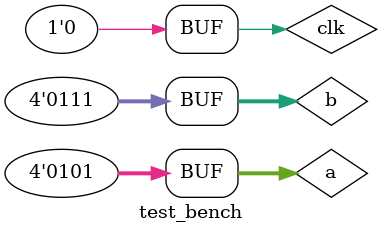
<source format=v>
`timescale 1ns / 1ps
module test_bench;

reg clk;
reg [3:0] a, b;
wire [3:0] s;
wire cout;

adder runadd(
    .a(a),
    .b(b),
    .clk(clk),
    .cout(cout),
    .s(s)
);

initial clk = 0;

initial begin
    $dumpfile("adder.vcd");
    $dumpvars(0,test_bench);
    a = 5;
    b = 7;
    #1 clk = 1;
    #1 clk = 0;
    #1 clk = 1;
    #1 clk = 0;
#1 clk = 1;
#1 clk = 0;
#1 clk = 1;
#1 clk = 0;

end

endmodule

</source>
